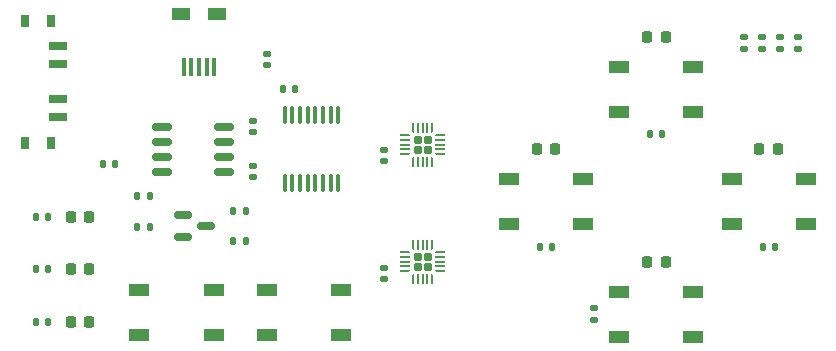
<source format=gtp>
G04 #@! TF.GenerationSoftware,KiCad,Pcbnew,(6.0.10)*
G04 #@! TF.CreationDate,2023-01-18T01:33:26+01:00*
G04 #@! TF.ProjectId,hwpuzzle,68777075-7a7a-46c6-952e-6b696361645f,0.1*
G04 #@! TF.SameCoordinates,Original*
G04 #@! TF.FileFunction,Paste,Top*
G04 #@! TF.FilePolarity,Positive*
%FSLAX46Y46*%
G04 Gerber Fmt 4.6, Leading zero omitted, Abs format (unit mm)*
G04 Created by KiCad (PCBNEW (6.0.10)) date 2023-01-18 01:33:26*
%MOMM*%
%LPD*%
G01*
G04 APERTURE LIST*
G04 Aperture macros list*
%AMRoundRect*
0 Rectangle with rounded corners*
0 $1 Rounding radius*
0 $2 $3 $4 $5 $6 $7 $8 $9 X,Y pos of 4 corners*
0 Add a 4 corners polygon primitive as box body*
4,1,4,$2,$3,$4,$5,$6,$7,$8,$9,$2,$3,0*
0 Add four circle primitives for the rounded corners*
1,1,$1+$1,$2,$3*
1,1,$1+$1,$4,$5*
1,1,$1+$1,$6,$7*
1,1,$1+$1,$8,$9*
0 Add four rect primitives between the rounded corners*
20,1,$1+$1,$2,$3,$4,$5,0*
20,1,$1+$1,$4,$5,$6,$7,0*
20,1,$1+$1,$6,$7,$8,$9,0*
20,1,$1+$1,$8,$9,$2,$3,0*%
%AMFreePoly0*
4,1,14,0.334644,0.085355,0.385355,0.034644,0.400000,-0.000711,0.400000,-0.050000,0.385355,-0.085355,0.350000,-0.100000,-0.350000,-0.100000,-0.385355,-0.085355,-0.400000,-0.050000,-0.400000,0.050000,-0.385355,0.085355,-0.350000,0.100000,0.299289,0.100000,0.334644,0.085355,0.334644,0.085355,$1*%
%AMFreePoly1*
4,1,14,0.385355,0.085355,0.400000,0.050000,0.400000,0.000711,0.385355,-0.034644,0.334644,-0.085355,0.299289,-0.100000,-0.350000,-0.100000,-0.385355,-0.085355,-0.400000,-0.050000,-0.400000,0.050000,-0.385355,0.085355,-0.350000,0.100000,0.350000,0.100000,0.385355,0.085355,0.385355,0.085355,$1*%
%AMFreePoly2*
4,1,14,0.085355,0.385355,0.100000,0.350000,0.100000,-0.350000,0.085355,-0.385355,0.050000,-0.400000,-0.050000,-0.400000,-0.085355,-0.385355,-0.100000,-0.350000,-0.100000,0.299289,-0.085355,0.334644,-0.034644,0.385355,0.000711,0.400000,0.050000,0.400000,0.085355,0.385355,0.085355,0.385355,$1*%
%AMFreePoly3*
4,1,14,0.034644,0.385355,0.085355,0.334644,0.100000,0.299289,0.100000,-0.350000,0.085355,-0.385355,0.050000,-0.400000,-0.050000,-0.400000,-0.085355,-0.385355,-0.100000,-0.350000,-0.100000,0.350000,-0.085355,0.385355,-0.050000,0.400000,-0.000711,0.400000,0.034644,0.385355,0.034644,0.385355,$1*%
%AMFreePoly4*
4,1,14,0.385355,0.085355,0.400000,0.050000,0.400000,-0.050000,0.385355,-0.085355,0.350000,-0.100000,-0.299289,-0.100000,-0.334644,-0.085355,-0.385355,-0.034644,-0.400000,0.000711,-0.400000,0.050000,-0.385355,0.085355,-0.350000,0.100000,0.350000,0.100000,0.385355,0.085355,0.385355,0.085355,$1*%
%AMFreePoly5*
4,1,14,0.385355,0.085355,0.400000,0.050000,0.400000,-0.050000,0.385355,-0.085355,0.350000,-0.100000,-0.350000,-0.100000,-0.385355,-0.085355,-0.400000,-0.050000,-0.400000,-0.000711,-0.385355,0.034644,-0.334644,0.085355,-0.299289,0.100000,0.350000,0.100000,0.385355,0.085355,0.385355,0.085355,$1*%
%AMFreePoly6*
4,1,14,0.085355,0.385355,0.100000,0.350000,0.100000,-0.299289,0.085355,-0.334644,0.034644,-0.385355,-0.000711,-0.400000,-0.050000,-0.400000,-0.085355,-0.385355,-0.100000,-0.350000,-0.100000,0.350000,-0.085355,0.385355,-0.050000,0.400000,0.050000,0.400000,0.085355,0.385355,0.085355,0.385355,$1*%
%AMFreePoly7*
4,1,14,0.085355,0.385355,0.100000,0.350000,0.100000,-0.350000,0.085355,-0.385355,0.050000,-0.400000,0.000711,-0.400000,-0.034644,-0.385355,-0.085355,-0.334644,-0.100000,-0.299289,-0.100000,0.350000,-0.085355,0.385355,-0.050000,0.400000,0.050000,0.400000,0.085355,0.385355,0.085355,0.385355,$1*%
G04 Aperture macros list end*
%ADD10R,1.700000X1.000000*%
%ADD11RoundRect,0.218750X0.218750X0.256250X-0.218750X0.256250X-0.218750X-0.256250X0.218750X-0.256250X0*%
%ADD12RoundRect,0.135000X-0.135000X-0.185000X0.135000X-0.185000X0.135000X0.185000X-0.135000X0.185000X0*%
%ADD13RoundRect,0.140000X0.170000X-0.140000X0.170000X0.140000X-0.170000X0.140000X-0.170000X-0.140000X0*%
%ADD14RoundRect,0.218750X-0.218750X-0.256250X0.218750X-0.256250X0.218750X0.256250X-0.218750X0.256250X0*%
%ADD15RoundRect,0.135000X0.185000X-0.135000X0.185000X0.135000X-0.185000X0.135000X-0.185000X-0.135000X0*%
%ADD16RoundRect,0.135000X0.135000X0.185000X-0.135000X0.185000X-0.135000X-0.185000X0.135000X-0.185000X0*%
%ADD17R,0.400000X1.600000*%
%ADD18R,1.500000X1.000000*%
%ADD19RoundRect,0.150000X-0.587500X-0.150000X0.587500X-0.150000X0.587500X0.150000X-0.587500X0.150000X0*%
%ADD20RoundRect,0.100000X0.100000X-0.637500X0.100000X0.637500X-0.100000X0.637500X-0.100000X-0.637500X0*%
%ADD21RoundRect,0.140000X-0.170000X0.140000X-0.170000X-0.140000X0.170000X-0.140000X0.170000X0.140000X0*%
%ADD22RoundRect,0.172500X-0.172500X-0.172500X0.172500X-0.172500X0.172500X0.172500X-0.172500X0.172500X0*%
%ADD23FreePoly0,0.000000*%
%ADD24RoundRect,0.050000X-0.350000X-0.050000X0.350000X-0.050000X0.350000X0.050000X-0.350000X0.050000X0*%
%ADD25FreePoly1,0.000000*%
%ADD26FreePoly2,0.000000*%
%ADD27RoundRect,0.050000X-0.050000X-0.350000X0.050000X-0.350000X0.050000X0.350000X-0.050000X0.350000X0*%
%ADD28FreePoly3,0.000000*%
%ADD29FreePoly4,0.000000*%
%ADD30FreePoly5,0.000000*%
%ADD31FreePoly6,0.000000*%
%ADD32FreePoly7,0.000000*%
%ADD33RoundRect,0.150000X-0.675000X-0.150000X0.675000X-0.150000X0.675000X0.150000X-0.675000X0.150000X0*%
%ADD34RoundRect,0.140000X-0.140000X-0.170000X0.140000X-0.170000X0.140000X0.170000X-0.140000X0.170000X0*%
%ADD35R,0.800000X1.000000*%
%ADD36R,1.500000X0.700000*%
G04 APERTURE END LIST*
D10*
X126975000Y-92588000D03*
X120675000Y-92588000D03*
X120675000Y-96388000D03*
X126975000Y-96388000D03*
D11*
X105640218Y-95250000D03*
X104065218Y-95250000D03*
D12*
X117854000Y-88392000D03*
X118874000Y-88392000D03*
D10*
X141173000Y-86995000D03*
X141173000Y-83195000D03*
X147473000Y-83195000D03*
X147473000Y-86995000D03*
D13*
X119465000Y-83030000D03*
X119465000Y-82070000D03*
D14*
X162382500Y-80650000D03*
X163957500Y-80650000D03*
D15*
X148336000Y-95130000D03*
X148336000Y-94110000D03*
D16*
X110746000Y-87248000D03*
X109726000Y-87248000D03*
D12*
X106805000Y-81915000D03*
X107825000Y-81915000D03*
D13*
X130556000Y-81633000D03*
X130556000Y-80673000D03*
D14*
X143535500Y-80650000D03*
X145110500Y-80650000D03*
D16*
X110746000Y-84584000D03*
X109726000Y-84584000D03*
D14*
X152857500Y-90175000D03*
X154432500Y-90175000D03*
D16*
X102187718Y-90805000D03*
X101167718Y-90805000D03*
D11*
X105640218Y-86360000D03*
X104065218Y-86360000D03*
D17*
X116235000Y-73701000D03*
X115585000Y-73701000D03*
X114935000Y-73701000D03*
X114285000Y-73701000D03*
X113635000Y-73701000D03*
D18*
X116435000Y-69201000D03*
X113435000Y-69201000D03*
D13*
X130556000Y-91638000D03*
X130556000Y-90678000D03*
D10*
X109880000Y-92588000D03*
X116180000Y-92588000D03*
X116180000Y-96388000D03*
X109880000Y-96388000D03*
D16*
X118874000Y-85852000D03*
X117854000Y-85852000D03*
D15*
X165608000Y-72136000D03*
X165608000Y-71116000D03*
X164084000Y-72138000D03*
X164084000Y-71118000D03*
D19*
X113616500Y-86172000D03*
X113616500Y-88072000D03*
X115491500Y-87122000D03*
D20*
X122185000Y-83507500D03*
X122835000Y-83507500D03*
X123485000Y-83507500D03*
X124135000Y-83507500D03*
X124785000Y-83507500D03*
X125435000Y-83507500D03*
X126085000Y-83507500D03*
X126735000Y-83507500D03*
X126735000Y-77782500D03*
X126085000Y-77782500D03*
X125435000Y-77782500D03*
X124785000Y-77782500D03*
X124135000Y-77782500D03*
X123485000Y-77782500D03*
X122835000Y-77782500D03*
X122185000Y-77782500D03*
D10*
X156795000Y-73670000D03*
X150495000Y-73670000D03*
X156795000Y-77470000D03*
X150495000Y-77470000D03*
X160020000Y-86995000D03*
X160020000Y-83195000D03*
X166320000Y-83195000D03*
X166320000Y-86995000D03*
D11*
X105640218Y-90805000D03*
X104065218Y-90805000D03*
D21*
X119465000Y-79220000D03*
X119465000Y-78260000D03*
D12*
X143813000Y-88905000D03*
X144833000Y-88905000D03*
D15*
X161036000Y-72136000D03*
X161036000Y-71116000D03*
D22*
X134283000Y-90595000D03*
X133433000Y-90595000D03*
X133433000Y-89745000D03*
X134283000Y-89745000D03*
D23*
X132408000Y-89370000D03*
D24*
X132408000Y-89770000D03*
X132408000Y-90170000D03*
X132408000Y-90570000D03*
D25*
X132408000Y-90970000D03*
D26*
X133058000Y-91620000D03*
D27*
X133458000Y-91620000D03*
X133858000Y-91620000D03*
X134258000Y-91620000D03*
D28*
X134658000Y-91620000D03*
D29*
X135308000Y-90970000D03*
D24*
X135308000Y-90570000D03*
X135308000Y-90170000D03*
X135308000Y-89770000D03*
D30*
X135308000Y-89370000D03*
D31*
X134658000Y-88720000D03*
D27*
X134258000Y-88720000D03*
X133858000Y-88720000D03*
X133458000Y-88720000D03*
D32*
X133058000Y-88720000D03*
D10*
X156795000Y-92720000D03*
X150495000Y-92720000D03*
X150495000Y-96520000D03*
X156795000Y-96520000D03*
D16*
X102187718Y-86360000D03*
X101167718Y-86360000D03*
D13*
X120650000Y-73505000D03*
X120650000Y-72545000D03*
D15*
X162560000Y-72136000D03*
X162560000Y-71116000D03*
D33*
X111760000Y-78740000D03*
X111760000Y-80010000D03*
X111760000Y-81280000D03*
X111760000Y-82550000D03*
X117010000Y-82550000D03*
X117010000Y-81280000D03*
X117010000Y-80010000D03*
X117010000Y-78740000D03*
D16*
X102187718Y-95250000D03*
X101167718Y-95250000D03*
D34*
X122075000Y-75565000D03*
X123035000Y-75565000D03*
D14*
X152857500Y-71125000D03*
X154432500Y-71125000D03*
D35*
X102380000Y-69780000D03*
X100170000Y-69780000D03*
X100170000Y-80080000D03*
X102380000Y-80080000D03*
D36*
X103030000Y-71930000D03*
X103030000Y-73430000D03*
X103030000Y-76430000D03*
X103030000Y-77930000D03*
D12*
X153135000Y-79380000D03*
X154155000Y-79380000D03*
D22*
X134283000Y-79839000D03*
X133433000Y-79839000D03*
X134283000Y-80689000D03*
X133433000Y-80689000D03*
D23*
X132408000Y-79464000D03*
D24*
X132408000Y-79864000D03*
X132408000Y-80264000D03*
X132408000Y-80664000D03*
D25*
X132408000Y-81064000D03*
D26*
X133058000Y-81714000D03*
D27*
X133458000Y-81714000D03*
X133858000Y-81714000D03*
X134258000Y-81714000D03*
D28*
X134658000Y-81714000D03*
D29*
X135308000Y-81064000D03*
D24*
X135308000Y-80664000D03*
X135308000Y-80264000D03*
X135308000Y-79864000D03*
D30*
X135308000Y-79464000D03*
D31*
X134658000Y-78814000D03*
D27*
X134258000Y-78814000D03*
X133858000Y-78814000D03*
X133458000Y-78814000D03*
D32*
X133058000Y-78814000D03*
D12*
X162660000Y-88905000D03*
X163680000Y-88905000D03*
M02*

</source>
